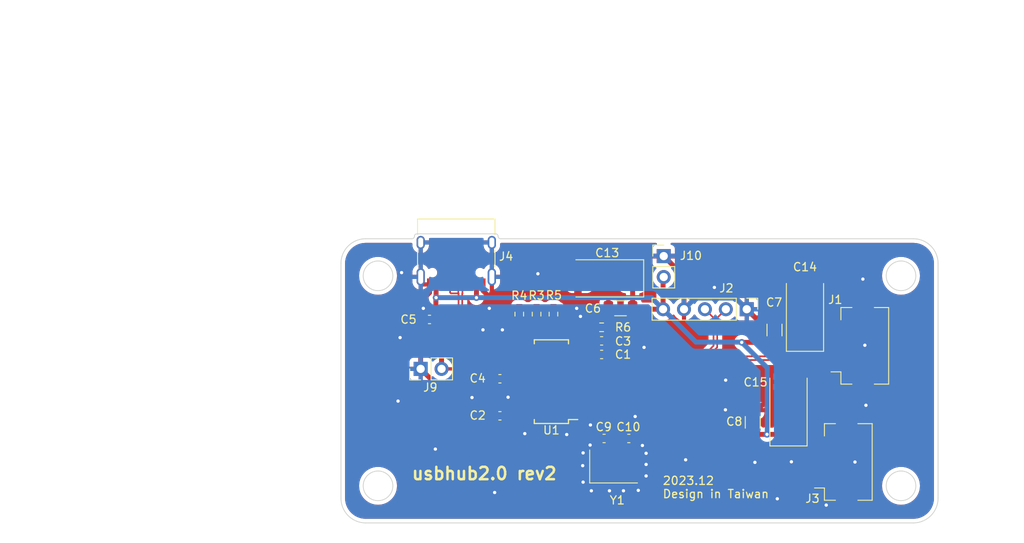
<source format=kicad_pcb>
(kicad_pcb (version 20221018) (generator pcbnew)
  (layers (0 "F.Cu" signal) (31 "B.Cu" signal) (34 "B.Paste" user) (35 "F.Paste" user) (36 "B.SilkS" user "B.Silkscreen") (37 "F.SilkS" user "F.Silkscreen") (38 "B.Mask" user) (39 "F.Mask" user) (44 "Edge.Cuts" user))
  (net 0 "")
  (net 1 "Hub_1V8")
  (net 2 "GND")
  (net 3 "Hub_3V3")
  (net 4 "VIN")
  (net 5 "Net-(U1-XOUT)")
  (net 6 "Net-(U1-XIN)")
  (net 7 "USB_D+")
  (net 8 "USB_D-")
  (net 9 "USB4_D+")
  (net 10 "USB4_D-")
  (net 15 "LED2")
  (net 16 "LED1")
  (net 17 "USB3_D-")
  (net 18 "USB3_D+")
  (net 19 "USB2_D-")
  (net 20 "USB2_D+")
  (net 21 "USB1_D-")
  (net 22 "USB1_D+")
  (net 23 "DRV")
  (net 24 "EESDA")
  (net 25 "Net-(U1-VBUSM)")
  (net 26 "Net-(U1-~{XRSTJ})")
  (net 27 "Net-(U1-BUSJ)")
  (net 28 "Net-(U1-REXT)")
  (footprint "Capacitor_SMD:C_0603_1608Metric" (layer "F.Cu") (at 136.95 74.25)
    (fp_text reference "C10")
    (fp_text value "22pF/50V" hide)
  )
  (footprint "Capacitor_SMD:C_0603_1608Metric" (layer "F.Cu") (at 133.95 74.25 180)
    (fp_text reference "C9")
    (fp_text value "22pF/50V" hide)
  )
  (footprint "Capacitor_SMD:C_0603_1608Metric" (layer "F.Cu") (at 121.3 67 180)
    (fp_text reference "C4")
    (fp_text value "100nF/16V" hide)
  )
  (footprint "Capacitor_SMD:C_0603_1608Metric" (layer "F.Cu") (at 133.65 64.05)
    (fp_text reference "C1")
    (fp_text value "100nF/16V" hide)
  )
  (footprint "Capacitor_SMD:C_0603_1608Metric" (layer "F.Cu") (at 121.3 71.5 180)
    (fp_text reference "C2")
    (fp_text value "100nF/16V" hide)
  )
  (footprint "Capacitor_SMD:C_1206_3216Metric" (layer "F.Cu") (at 152 72.29 90)
    (fp_text reference "C8")
    (fp_text value "100uF/16V" hide)
  )
  (footprint "Capacitor_Tantalum_SMD:CP_EIA-7343-30_AVX-N_Pad2.25x2.55mm_HandSolder" (layer "F.Cu") (at 156.34 70.57 90)
    (fp_text reference "C15")
    (fp_text value "100uF/16V" hide)
  )
  (footprint "Resistor_SMD:R_0603_1608Metric" (layer "F.Cu") (at 133.65 60.75)
    (fp_text reference "R6")
    (fp_text value "2.7K" hide)
  )
  (footprint "Connector_FFC-FPC:Hirose_FH12-12S-0.5SH_1x12-1MP_P0.50mm_Horizontal" (layer "F.Cu") (at 164 63 90)
    (fp_text reference "J1")
    (fp_text value "Conn_01x12_Pin" hide)
  )
  (footprint "Connector_PinHeader_2.54mm:PinHeader_1x02_P2.54mm_Vertical" (layer "F.Cu") (at 111.675 65.8 90)
    (fp_text reference "J9")
    (fp_text value "Power" hide)
  )
  (footprint "Capacitor_SMD:C_0603_1608Metric" (layer "F.Cu") (at 112.75 59.8 180)
    (fp_text reference "C5")
    (fp_text value "10uF/16V" hide)
  )
  (footprint "Connector_PinHeader_2.54mm:PinHeader_1x02_P2.54mm_Vertical" (layer "F.Cu") (at 141.19 52.105)
    (fp_text reference "J10")
    (fp_text value "Power" hide)
  )
  (footprint "Resistor_SMD:R_0603_1608Metric" (layer "F.Cu") (at 127.8 59.15 -90)
    (fp_text reference "R5")
    (fp_text value "100K" hide)
  )
  (footprint "Connector_USB:USB_C_Receptacle_HRO_TYPE-C-31-M-12" (layer "F.Cu") (at 116 51.5 180)
    (fp_text reference "J4")
    (fp_text value "USB_C_Receptacle_USB2.0" hide)
  )
  (footprint "Package_SO:SSOP-28_3.9x9.9mm_P0.635mm" (layer "F.Cu") (at 127.55 67.35 180)
    (fp_text reference "U1")
    (fp_text value "FE1.1s" hide)
  )
  (footprint "Capacitor_SMD:C_0603_1608Metric" (layer "F.Cu") (at 133.65 62.4)
    (fp_text reference "C3")
    (fp_text value "100nF/16V" hide)
  )
  (footprint "Resistor_SMD:R_0603_1608Metric" (layer "F.Cu") (at 123.65 59.15 -90)
    (fp_text reference "R4")
    (fp_text value "100K" hide)
  )
  (footprint "Capacitor_SMD:C_1206_3216Metric" (layer "F.Cu") (at 135.94 58.44 180)
    (fp_text reference "C6")
    (fp_text value "100uF/16V" hide)
  )
  (footprint "Connector_PinHeader_2.54mm:PinHeader_1x05_P2.54mm_Vertical" (layer "F.Cu") (at 151.27 58.555 -90)
    (fp_text reference "J2")
    (fp_text value "Conn_01x05_Male" hide)
  )
  (footprint "Capacitor_Tantalum_SMD:CP_EIA-7343-30_AVX-N_Pad2.25x2.55mm_HandSolder" (layer "F.Cu") (at 134.17 54.81 180)
    (fp_text reference "C13")
    (fp_text value "100uF/16V" hide)
  )
  (footprint "Crystal:Crystal_SMD_Abracon_ABM3C-4Pin_5.0x3.2mm" (layer "F.Cu") (at 135.1 77.65)
    (fp_text reference "Y1")
    (fp_text value "Crystal_12MHz" hide)
  )
  (footprint "Connector_FFC-FPC:Hirose_FH12-12S-0.5SH_1x12-1MP_P0.50mm_Horizontal" (layer "F.Cu") (at 162 77.1 90)
    (fp_text reference "J3")
    (fp_text value "Conn_01x12_Pin" hide)
  )
  (footprint "Resistor_SMD:R_0603_1608Metric" (layer "F.Cu") (at 125.75 59.15 -90)
    (fp_text reference "R3")
    (fp_text value "100K" hide)
  )
  (footprint "Capacitor_SMD:C_1206_3216Metric" (layer "F.Cu") (at 154.64 61.08 90)
    (fp_text reference "C7")
    (fp_text value "100uF/16V" hide)
  )
  (footprint "Capacitor_Tantalum_SMD:CP_EIA-7343-30_AVX-N_Pad2.25x2.55mm_HandSolder" (layer "F.Cu") (at 158.34 59.08 90)
    (fp_text reference "C14")
    (fp_text value "100uF/16V" hide)
  )
  (gr_rect (start 162.01 63.24) (end 162.7 63.71) (stroke (width 0.2)) (fill solid) (layer "F.Cu"))
  (gr_poly (pts (xy 126.88 67.03) (xy 127.34 66.6) (xy 127.34 67.46)) (fill solid) (layer "F.Cu"))
  (gr_poly (pts (xy 159.5 77.75) (xy 160.8 77.76) (xy 160.8 76.39) (xy 159.5 76.39) (xy 159.5 76.7) (xy 159.3 76.78) (xy 159.3 77.38) (xy 159.5 77.5)) (fill solid) (layer "F.Cu"))
  (gr_poly (pts (xy 161.5 65.22) (xy 161.5 65.63) (xy 162.8 65.62) (xy 162.8 65.33)) (fill solid) (layer "F.Cu"))
  (gr_poly (pts (xy 159.5 79.37) (xy 159.5 79.78) (xy 161.16 79.81) (xy 162.15 78.83) (xy 162.13 75.19) (xy 161.31 74.38) (xy 158.5 74.41) (xy 157.56 73.49) (xy 157.54 74.06) (xy 158.28 74.85) (xy 161.2 74.82) (xy 161.7 75.36) (xy 161.7 78.76) (xy 161.09 79.32)) (fill solid) (layer "F.Cu"))
  (gr_line (start 102 53) (end 102 81.5) (stroke (width 0.1)) (layer "Edge.Cuts"))
  (gr_arc (start 171.5 50) (mid 173.62132 50.87868) (end 174.5 53) (stroke (width 0.1)) (layer "Edge.Cuts"))
  (gr_arc (start 102 53) (mid 102.87868 50.87868) (end 105 50) (stroke (width 0.1)) (layer "Edge.Cuts"))
  (gr_circle locked (center 106.5 54.5) (end 108.3 54.5) (stroke (width 0.1)) (fill none) (layer "Edge.Cuts"))
  (gr_circle locked (center 106.5 80) (end 108.3 80) (stroke (width 0.1)) (fill none) (layer "Edge.Cuts"))
  (gr_line (start 111.22 49.4) (end 120.78 49.4) (stroke (width 0.1)) (layer "Edge.Cuts"))
  (gr_line (start 105 50) (end 110.62 50) (stroke (width 0.1)) (layer "Edge.Cuts"))
  (gr_arc (start 121.38 50) (mid 121.167868 49.912132) (end 121.08 49.7) (stroke (width 0.1)) (layer "Edge.Cuts"))
  (gr_arc (start 105 84.5) (mid 102.87868 83.62132) (end 102 81.5) (stroke (width 0.1)) (layer "Edge.Cuts"))
  (gr_arc (start 110.92 49.7) (mid 110.832132 49.912132) (end 110.62 50) (stroke (width 0.1)) (layer "Edge.Cuts"))
  (gr_line (start 105 84.5) (end 171.5 84.5) (stroke (width 0.1)) (layer "Edge.Cuts"))
  (gr_arc (start 120.78 49.4) (mid 120.992132 49.487868) (end 121.08 49.7) (stroke (width 0.1)) (layer "Edge.Cuts"))
  (gr_circle (center 170 80) (end 171.8 80) (stroke (width 0.1)) (fill none) (layer "Edge.Cuts"))
  (gr_line (start 174.5 53) (end 174.5 81.5) (stroke (width 0.1)) (layer "Edge.Cuts"))
  (gr_circle locked (center 170 54.5) (end 171.8 54.5) (stroke (width 0.1)) (fill none) (layer "Edge.Cuts"))
  (gr_arc (start 174.5 81.5) (mid 173.62132 83.62132) (end 171.5 84.5) (stroke (width 0.1)) (layer "Edge.Cuts"))
  (gr_arc (start 110.92 49.7) (mid 111.007868 49.487868) (end 111.22 49.4) (stroke (width 0.1)) (layer "Edge.Cuts"))
  (gr_line (start 121.38 50) (end 171.5 50) (stroke (width 0.1)) (layer "Edge.Cuts"))
  (gr_text "usbhub2.0 rev2" (at 110.45 79.39) (layer "F.SilkS") (effects (font (size 1.5 1.5) (thickness 0.3) bold) (justify left bottom)))
  (gr_text "2023.12\nDesign in Taiwan" (at 140.99 81.57) (layer "F.SilkS") (effects (font (size 1 1)) (justify left bottom)))
  (segment (start 130.15 64.4925) (end 131.5575 64.4925) (width 0.25) (layer "F.Cu") (net 1))
  (segment (start 122.0975 71.4775) (end 122.075 71.5) (width 0.25) (layer "F.Cu") (net 1))
  (segment (start 124.95 71.4775) (end 122.0975 71.4775) (width 0.25) (layer "F.Cu") (net 1))
  (segment (start 131.5575 64.4925) (end 132 64.05) (width 0.25) (layer "F.Cu") (net 1))
  (segment (start 126.8225 71.4775) (end 124.95 71.4775) (width 0.25) (layer "F.Cu") (net 1))
  (segment (start 130.15 64.4925) (end 129.4075 64.4925) (width 0.25) (layer "F.Cu") (net 1))
  (segment (start 129 64.9) (end 129 65.73) (width 0.25) (layer "F.Cu") (net 1))
  (segment (start 128.46 69.84) (end 126.8225 71.4775) (width 0.25) (layer "F.Cu") (net 1))
  (segment (start 129.4075 64.4925) (end 129 64.9) (width 0.25) (layer "F.Cu") (net 1))
  (segment (start 132 64.05) (end 132.875 64.05) (width 0.25) (layer "F.Cu") (net 1))
  (segment (start 128.46 66.27) (end 128.46 69.84) (width 0.25) (layer "F.Cu") (net 1))
  (segment (start 129 65.73) (end 128.46 66.27) (width 0.25) (layer "F.Cu") (net 1))
  (segment (start 137 80.55) (end 136.35 80.55) (width 0.6) (layer "F.Cu") (net 2))
  (segment (start 131.4 79.65) (end 131.4 79.55) (width 0.6) (layer "F.Cu") (net 2))
  (segment (start 154.64 59.58) (end 158.34 55.88) (width 0.6) (layer "F.Cu") (net 2))
  (segment (start 139.05 79.6) (end 138.1 80.55) (width 0.6) (layer "F.Cu") (net 2))
  (segment (start 117.375 71.5) (end 120.525 71.5) (width 0.6) (layer "F.Cu") (net 2))
  (segment (start 128.2325 71.4775) (end 126.75 72.96) (width 0.25) (layer "F.Cu") (net 2))
  (segment (start 132.3 80.55) (end 131.4 79.65) (width 0.6) (layer "F.Cu") (net 2))
  (segment (start 136.3 80.6) (end 136.25 80.55) (width 0.6) (layer "F.Cu") (net 2))
  (segment (start 132.45 80.55) (end 132.4 80.6) (width 0.6) (layer "F.Cu") (net 2))
  (segment (start 134.425 62.4) (end 134.425 64.05) (width 0.6) (layer "F.Cu") (net 2))
  (segment (start 148.68 70.77) (end 151.955 70.77) (width 0.6) (layer "F.Cu") (net 2))
  (segment (start 131.4 79.55) (end 131.4 77.6) (width 0.6) (layer "F.Cu") (net 2))
  (segment (start 139.05 78.8) (end 139.05 79.6) (width 0.6) (layer "F.Cu") (net 2))
  (segment (start 131.4 76.5) (end 133.2 76.5) (width 0.6) (layer "F.Cu") (net 2))
  (segment (start 111.675 65.8) (end 117.375 71.5) (width 0.6) (layer "F.Cu") (net 2))
  (segment (start 141.19 52.105) (end 133.675 52.105) (width 0.6) (layer "F.Cu") (net 2))
  (segment (start 137 80.55) (end 137 78.8) (width 0.6) (layer "F.Cu") (net 2))
  (segment (start 133.675 52.105) (end 130.97 54.81) (width 0.6) (layer "F.Cu") (net 2))
  (segment (start 131.4 76.5) (end 131.4 76) (width 0.6) (layer "F.Cu") (net 2))
  (segment (start 119.25 56.3) (end 120.01 57.06) (width 0.6) (layer "F.Cu") (net 2))
  (segment (start 134.475 60.75) (end 134.475 58.45) (width 0.6) (layer "F.Cu") (net 2))
  (segment (start 123.425 77.55) (end 131.35 77.55) (width 0.6) (layer "F.Cu") (net 2))
  (segment (start 151.27 58.555) (end 151.27 58.56) (width 0.6) (layer "F.Cu") (net 2))
  (segment (start 132.3 75.05) (end 133.1 74.25) (width 0.6) (layer "F.Cu") (net 2))
  (segment (start 154.64 59.605) (end 154.64 59.58) (width 0.6) (layer "F.Cu") (net 2))
  (segment (start 133.2 76.5) (end 133.2 74.275) (width 0.6) (layer "F.Cu") (net 2))
  (segment (start 121.985 72.96) (end 120.525 71.5) (width 0.25) (layer "F.Cu") (net 2))
  (segment (start 133.1 74.25) (end 133.175 74.25) (width 0.6) (layer "F.Cu") (net 2))
  (segment (start 155.98 67.37) (end 156.34 67.37) (width 0.6) (layer "F.Cu") (net 2))
  (segment (start 111.675 63.225) (end 111.675 65.8) (width 0.6) (layer "F.Cu") (net 2))
  (segment (start 136.25 80.55) (end 134.65 80.55) (width 0.6) (layer "F.Cu") (net 2))
  (segment (start 152 70.815) (end 152.535 70.815) (width 0.6) (layer "F.Cu") (net 2))
  (segment (start 120.525 71.5) (end 120.525 67) (width 0.6) (layer "F.Cu") (net 2))
  (segment (start 156.34 67.37) (end 160.18 67.37) (width 0.6) (layer "F.Cu") (net 2))
  (segment (start 130.62 55.16) (end 130.97 54.81) (width 0.6) (layer "F.Cu") (net 2))
  (segment (start 131.4 76) (end 131.4 75.95) (width 0.6) (layer "F.Cu") (net 2))
  (segment (start 120.01 57.06) (end 120.01 58.45) (width 0.6) (layer "F.Cu") (net 2))
  (segment (start 138.1 80.55) (end 137 80.55) (width 0.6) (layer "F.Cu") (net 2))
  (segment (start 112.75 56.55) (end 111.975 57.325) (width 0.6) (layer "F.Cu") (net 2))
  (segment (start 131.4 75.95) (end 132.25 75.1) (width 0.6) (layer "F.Cu") (net 2))
  (segment (start 160.18 67.37) (end 162.15 65.4) (width 0.6) (layer "F.Cu") (net 2))
  (segment (start 111.975 62.925) (end 111.675 63.225) (width 0.6) (layer "F.Cu") (net 2))
  (segment (start 134.65 80.55) (end 134.6 80.6) (width 0.6) (layer "F.Cu") (net 2))
  (segment (start 134.455 58.45) (end 134.465 58.44) (width 0.6) (layer "F.Cu") (net 2))
  (segment (start 151.27 58.56) (end 152.315 59.605) (width 0.6) (layer "F.Cu") (net 2))
  (segment (start 151.955 70.77) (end 152 70.815) (width 0.6) (layer "F.Cu") (net 2))
  (segment (start 134.6 80.6) (end 134.55 80.55) (width 0.6) (layer "F.Cu") (net 2))
  (segment (start 130.15 71.4775) (end 128.2325 71.4775) (width 0.25) (layer "F.Cu") (net 2))
  (segment (start 133.2 74.275) (end 133.175 74.25) (width 0.6) (layer "F.Cu") (net 2))
  (segment (start 130.62 58.45) (end 130.62 55.16) (width 0.6) (layer "F.Cu") (net 2))
  (segment (start 132.25 75.1) (end 132.25 75.05) (width 0.6) (layer "F.Cu") (net 2))
  (segment (start 132.25 75.05) (end 132.3 75.05) (width 0.6) (layer "F.Cu") (net 2))
  (segment (start 130.97 55.225) (end 130.97 54.81) (width 0.25) (layer "F.Cu") (net 2))
  (segment (start 139.05 78.7) (end 138.95 78.8) (width 0.6) (layer "F.Cu") (net 2))
  (segment (start 130.62 58.45) (end 134.455 58.45) (width 0.6) (layer "F.Cu") (net 2))
  (segment (start 131.4 77.6) (end 131.35 77.55) (width 0.6) (layer "F.Cu") (net 2))
  (segment (start 143.65 54.565) (end 143.65 58.555) (width 0.6) (layer "F.Cu") (net 2))
  (segment (start 134.475 62.35) (end 134.425 62.4) (width 0.6) (layer "F.Cu") (net 2))
  (segment (start 132.35 80.55) (end 132.3 80.55) (width 0.6) (layer "F.Cu") (net 2))
  (segment (start 134.475 58.45) (end 134.465 58.44) (width 0.6) (layer "F.Cu") (net 2))
  (segment (start 152.535 70.815) (end 155.98 67.37) (width 0.6) (layer "F.Cu") (net 2))
  (segment (start 126.75 72.96) (end 121.985 72.96) (width 0.25) (layer "F.Cu") (net 2))
  (segment (start 139.05 76.05) (end 139.05 77.4) (width 0.6) (layer "F.Cu") (net 2))
  (segment (start 137.725 74.25) (end 137.75 74.25) (width 0.6) (layer "F.Cu") (net 2))
  (segment (start 131.4 77.5) (end 131.4 76.5) (width 0.6) (layer "F.Cu") (net 2))
  (segment (start 139.05 75.55) (end 139.05 76.05) (width 0.6) (layer "F.Cu") (net 2))
  (segment (start 139.05 78.7) (end 139.05 78.8) (width 0.6) (layer "F.Cu") (net 2))
  (segment (start 141.19 52.105) (end 143.65 54.565) (width 0.6) (layer "F.Cu") (net 2))
  (segment (start 111.975 57.325) (end 111.975 62.925) (width 0.6) (layer "F.Cu") (net 2))
  (segment (start 137.75 74.25) (end 138.6 75.1) (width 0.6) (layer "F.Cu") (net 2))
  (segment (start 119.25 55.545) (end 119.25 56.3) (width 0.6) (layer "F.Cu") (net 2))
  (segment (start 134.55 80.55) (end 132.45 80.55) (width 0.6) (layer "F.Cu") (net 2))
  (segment (start 141.19 52.105) (end 144.82 52.105) (width 0.6) (layer "F.Cu") (net 2))
  (segment (start 156.69 77.08) (end 159.92 77.08) (width 0.6) (layer "F.Cu") (net 2))
  (segment (start 136.35 80.55) (end 136.3 80.6) (width 0.6) (layer "F.Cu") (net 2))
  (segment (start 112.75 55.545) (end 112.75 56.55) (width 0.6) (layer "F.Cu") (net 2))
  (segment (start 139.05 77.4) (end 139.05 78.7) (width 0.6) (layer "F.Cu") (net 2))
  (segment (start 159.92 77.08) (end 160.15 76.85) (width 0.6) (layer "F.Cu") (net 2))
  (segment (start 117.375 71.5) (end 123.425 77.55) (width 0.6) (layer "F.Cu") (net 2))
  (segment (start 138.95 78.8) (end 137 78.8) (width 0.6) (layer "F.Cu") (net 2))
  (segment (start 144.82 52.105) (end 151.27 58.555) (width 0.6) (layer "F.Cu") (net 2))
  (segment (start 132.4 80.6) (end 132.35 80.55) (width 0.6) (layer "F.Cu") (net 2))
  (segment (start 131.35 77.55) (end 131.4 77.5) (width 0.6) (layer "F.Cu") (net 2))
  (segment (start 152.315 59.605) (end 154.64 59.605) (width 0.6) (layer "F.Cu") (net 2))
  (segment (start 134.475 60.75) (end 134.475 62.35) (width 0.6) (layer "F.Cu") (net 2))
  (segment (start 138.6 75.1) (end 139.05 75.55) (width 0.6) (layer "F.Cu") (net 2))
  (via (at 125.91 54.25) (size 0.8) (drill 0.4) (layers "F.Cu" "B.Cu") (net 2))
  (via (at 138.1 80.55) (size 0.8) (drill 0.4) (layers "F.Cu" "B.Cu") (net 2))
  (via (at 119.24 61.06) (size 0.8) (drill 0.4) (layers "F.Cu" "B.Cu") (net 2))
  (via (at 160.92 82.34) (size 0.8) (drill 0.4) (layers "F.Cu" "B.Cu") (net 2))
  (via (at 109.36 54.11) (size 0.8) (drill 0.4) (layers "F.Cu" "B.Cu") (net 2))
  (via (at 143.85 76.84) (size 0.8) (drill 0.4) (layers "F.Cu" "B.Cu") (net 2))
  (via (at 148.68 70.77) (size 0.8) (drill 0.4) (layers "F.Cu" "B.Cu") (net 2))
  (via (at 132.4 80.6) (size 0.8) (drill 0.4) (layers "F.Cu" "B.Cu") (net 2))
  (via (at 134.6 80.6) (size 0.8) (drill 0.4) (layers "F.Cu" "B.Cu") (net 2))
  (via (at 147.34 55.91) (size 0.8) (drill 0.4) (layers "F.Cu" "B.Cu") (net 2))
  (via (at 137.72 71.58) (size 0.8) (drill 0.4) (layers "F.Cu" "B.Cu") (net 2))
  (via (at 165.74 70.22) (size 0.8) (drill 0.4) (layers "F.Cu" "B.Cu") (net 2))
  (via (at 122.29 69.24) (size 0.8) (drill 0.4) (layers "F.Cu" "B.Cu") (net 2))
  (via (at 165.37 54.9) (size 0.8) (drill 0.4) (layers "F.Cu" "B.Cu") (net 2))
  (via (at 117.91 69.28) (size 0.8) (drill 0.4) (layers "F.Cu" "B.Cu") (net 2))
  (via (at 138.8 63.19) (size 0.8) (drill 0.4) (layers "F.Cu" "B.Cu") (net 2))
  (via (at 129.41 73.77) (size 0.8) (drill 0.4) (layers "F.Cu" "B.Cu") (net 2))
  (via (at 131.35 77.55) (size 0.8) (drill 0.4) (layers "F.Cu" "B.Cu") (net 2))
  (via (at 131.08 59.43) (size 0.8) (drill 0.4) (layers "F.Cu" "B.Cu") (net 2))
  (via (at 132.29 72.61) (size 0.8) (drill 0.4) (layers "F.Cu" "B.Cu") (net 2))
  (via (at 152.26 77.15) (size 0.8) (drill 0.4) (layers "F.Cu" "B.Cu") (net 2))
  (via (at 148.71 67.17) (size 0.8) (drill 0.4) (layers "F.Cu" "B.Cu") (net 2))
  (via (at 113.46 75.54) (size 0.8) (drill 0.4) (layers "F.Cu" "B.Cu") (net 2))
  (via (at 131.4 76) (size 0.8) (drill 0.4) (layers "F.Cu" "B.Cu") (net 2))
  (via (at 130.62 58.45) (size 0.8) (drill 0.4) (layers "F.Cu" "B.Cu") (net 2))
  (via (at 124.32 73.66) (size 0.8) (drill 0.4) (layers "F.Cu" "B.Cu") (net 2))
  (via (at 132.25 75.05) (size 0.8) (drill 0.4) (layers "F.Cu" "B.Cu") (net 2))
  (via (at 156.69 77.08) (size 0.8) (drill 0.4) (layers "F.Cu" "B.Cu") (net 2))
  (via (at 164.41 77.11) (size 0.8) (drill 0.4) (layers "F.Cu" "B.Cu") (net 2))
  (via (at 112 58.45) (size 0.8) (drill 0.4) (layers "F.Cu" "B.Cu") (net 2))
  (via (at 138.6 75.1) (size 0.8) (drill 0.4) (layers "F.Cu" "B.Cu") (net 2))
  (via (at 136.3 80.6) (size 0.8) (drill 0.4) (layers "F.Cu" "B.Cu") (net 2))
  (via (at 109.18 62) (size 0.8) (drill 0.4) (layers "F.Cu" "B.Cu") (net 2))
  (via (at 120.01 58.45) (size 0.8) (drill 0.4) (layers "F.Cu" "B.Cu") (net 2))
  (via (at 165.61 62.93) (size 0.8) (drill 0.4) (layers "F.Cu" "B.Cu") (net 2))
  (via (at 108.93 69.71) (size 0.8) (drill 0.4) (layers "F.Cu" "B.Cu") (net 2))
  (via (at 120.66 80.81) (size 0.8) (drill 0.4) (layers "F.Cu" "B.Cu") (net 2))
  (via (at 131.4 79.55) (size 0.8) (drill 0.4) (layers "F.Cu" "B.Cu") (net 2))
  (via (at 121.6 61.06) (size 0.8) (drill 0.4) (layers "F.Cu" "B.Cu") (net 2))
  (via (at 154.98 81.57) (size 0.8) (drill 0.4) (layers "F.Cu" "B.Cu") (net 2))
  (via (at 139.05 78.8) (size 0.8) (drill 0.4) (layers "F.Cu" "B.Cu") (net 2))
  (via (at 139.05 76.05) (size 0.8) (drill 0.4) (layers "F.Cu" "B.Cu") (net 2))
  (via (at 139.05 77.4) (size 0.8) (drill 0.4) (layers "F.Cu" "B.Cu") (net 2))
  (segment (start 143.65 58.555) (end 145 57.205) (width 0.6) (layer "B.Cu") (net 2))
  (segment (start 130.62 58.45) (end 120.01 58.45) (width 0.6) (layer "B.Cu") (net 2))
  (segment (start 149.92 57.205) (end 151.27 58.555) (width 0.6) (layer "B.Cu") (net 2))
  (segment (start 154.99 77.08) (end 148.68 70.77) (width 0.6) (layer "B.Cu") (net 2))
  (segment (start 120.02 58.45) (end 120.01 58.45) (width 0.6) (layer "B.Cu") (net 2))
  (segment (start 145 57.205) (end 149.92 57.205) (width 0.6) (layer "B.Cu") (net 2))
  (segment (start 112 58.45) (end 111.95 58.45) (width 0.6) (layer "B.Cu") (net 2))
  (segment (start 148.68 70.77) (end 132.34 70.77) (width 0.6) (layer "B.Cu") (net 2))
  (segment (start 132.34 70.77) (end 120.02 58.45) (width 0.6) (layer "B.Cu") (net 2))
  (segment (start 120.01 58.45) (end 112 58.45) (width 0.6) (layer "B.Cu") (net 2))
  (segment (start 156.69 77.08) (end 154.99 77.08) (width 0.6) (layer "B.Cu") (net 2))
  (segment (start 128.475 58.325) (end 129.35 59.2) (width 0.25) (layer "F.Cu") (net 3))
  (segment (start 132.85 62.4) (end 132.875 62.4) (width 0.25) (layer "F.Cu") (net 3))
  (segment (start 128.4 63.45) (end 128.4 63.85) (width 0.25) (layer "F.Cu") (net 3))
  (segment (start 128.4 64.5) (end 128.4 65.05) (width 0.25) (layer "F.Cu") (net 3))
  (segment (start 128.4 62.2) (end 128.4 63.45) (width 0.25) (layer "F.Cu") (net 3))
  (segment (start 127.3675 69.3825) (end 126.5425 70.2075) (width 0.25) (layer "F.Cu") (net 3))
  (segment (start 128.7925 63.8575) (end 130.15 63.8575) (width 0.25) (layer "F.Cu") (net 3))
  (segment (start 128.7925 63.8575) (end 128.4 64.25) (width 0.25) (layer "F.Cu") (net 3))
  (segment (start 127.8 58.325) (end 128.475 58.325) (width 0.25) (layer "F.Cu") (net 3))
  (segment (start 128.785 63.85) (end 128.4 63.85) (width 0.25) (layer "F.Cu") (net 3))
  (segment (start 128.7925 63.8575) (end 128.785 63.85) (width 0.25) (layer "F.Cu") (net 3))
  (segment (start 124.95 67.0325) (end 127.365 67.0325) (width 0.25) (layer "F.Cu") (net 3))
  (segment (start 131.3925 63.8575) (end 132.85 62.4) (width 0.25) (layer "F.Cu") (net 3))
  (segment (start 130.15 63.8575) (end 131.3925 63.8575) (width 0.25) (layer "F.Cu") (net 3))
  (segment (start 128.4 63.85) (end 128.4 64.5) (width 0.25) (layer "F.Cu") (net 3))
  (segment (start 129.35 61.25) (end 128.4 62.2) (width 0.25) (layer "F.Cu") (net 3))
  (segment (start 125.75 58.325) (end 127.8 58.325) (width 0.25) (layer "F.Cu") (net 3))
  (segment (start 127.3675 67.03) (end 127.3675 69.3825) (width 0.25) (layer "F.Cu") (net 3))
  (segment (start 128.4 63.465) (end 128.4 63.45) (width 0.25) (layer "F.Cu") (net 3))
  (segment (start 128.7925 63.8575) (end 128.4 63.465) (width 0.25) (layer "F.Cu") (net 3))
  (segment (start 128.4 65.05) (end 127.3675 66.0825) (width 0.25) (layer "F.Cu") (net 3))
  (segment (start 127.3675 66.0825) (end 127.3675 67.03) (width 0.25) (layer "F.Cu") (net 3))
  (segment (start 129.35 59.2) (end 129.35 61.25) (width 0.25) (layer "F.Cu") (net 3))
  (segment (start 123.65 58.325) (end 125.75 58.325) (width 0.25) (layer "F.Cu") (net 3))
  (segment (start 122.1075 67.0325) (end 122.075 67) (width 0.25) (layer "F.Cu") (net 3))
  (segment (start 127.365 67.0325) (end 127.3675 67.03) (width 0.25) (layer "F.Cu") (net 3))
  (segment (start 128.4 64.25) (end 128.4 64.5) (width 0.25) (layer "F.Cu") (net 3))
  (segment (start 124.95 67.0325) (end 122.1075 67.0325) (width 0.25) (layer "F.Cu") (net 3))
  (segment (start 126.5425 70.2075) (end 124.95 70.2075) (width 0.25) (layer "F.Cu") (net 3))
  (segment (start 137.415 54.855) (end 137.37 54.81) (width 0.6) (layer "F.Cu") (net 4))
  (segment (start 156.32 73.75) (end 156.34 73.77) (width 0.6) (layer "F.Cu") (net 4))
  (segment (start 162.19 78.85) (end 161.19 79.85) (width 0.25) (layer "F.Cu") (net 4))
  (segment (start 141.06 58.505) (end 141.11 58.555) (width 0.6) (layer "F.Cu") (net 4))
  (segment (start 161.7 78.75) (end 161.1 79.35) (width 0.25) (layer "F.Cu") (net 4))
  (segment (start 160.15 74.35) (end 161.36 74.35) (width 0.25) (layer "F.Cu") (net 4))
  (segment (start 161.17 74.85) (end 161.7 75.38) (width 0.25) (layer "F.Cu") (net 4))
  (segment (start 152.015 73.75) (end 152 73.765) (width 0.6) (layer "F.Cu") (net 4))
  (segment (start 162.19 75.18) (end 162.19 78.85) (width 0.25) (layer "F.Cu") (net 4))
  (segment (start 114.215 63.565) (end 113.525 62.875) (width 0.6) (layer "F.Cu") (net 4))
  (segment (start 161.1 79.35) (end 160.15 79.35) (width 0.25) (layer "F.Cu") (net 4))
  (segment (start 118.45 57.15) (end 118.45 55.545) (width 0.6) (layer "F.Cu") (net 4))
  (segment (start 161.19 79.85) (end 160.15 79.85) (width 0.25) (layer "F.Cu") (net 4))
  (segment (start 124.95 66.3975) (end 123.4975 66.3975) (width 0.4) (layer "F.Cu") (net 4))
  (segment (start 137.415 58.44) (end 137.415 54.855) (width 0.6) (layer "F.Cu") (net 4))
  (segment (start 154.64 62.555) (end 158.065 62.555) (width 0.6) (layer "F.Cu") (net 4))
  (segment (start 161.36 74.35) (end 162.19 75.18) (width 0.25) (layer "F.Cu") (net 4))
  (segment (start 141.11 54.725) (end 141.19 54.645) (width 0.6) (layer "F.Cu") (net 4))
  (segment (start 160.15 74.35) (end 158.49 74.35) (width 0.25) (layer "F.Cu") (net 4))
  (segment (start 113.525 62.875) (end 113.525 59.8) (width 0.6) (layer "F.Cu") (net 4))
  (segment (start 141.11 58.555) (end 137.53 58.555) (width 0.6) (layer "F.Cu") (net 4))
  (segment (start 113.525 57.175) (end 113.55 57.15) (width 0.6) (layer "F.Cu") (net 4))
  (segment (start 122.9 65.8) (end 114.215 65.8) (width 0.4) (layer "F.Cu") (net 4))
  (segment (start 160.15 74.85) (end 158.27 74.85) (width 0.25) (layer "F.Cu") (net 4))
  (segment (start 159.66 63.6) (end 162 63.6) (width 0.6) (layer "F.Cu") (net 4))
  (segment (start 113.525 59.8) (end 113.525 57.175) (width 0.6) (layer "F.Cu") (net 4))
  (segment (start 123.4975 66.3975) (end 122.9 65.8) (width 0.4) (layer "F.Cu") (net 4))
  (segment (start 157.55 73.41) (end 156.7 73.41) (width 0.25) (layer "F.Cu") (net 4))
  (segment (start 158.34 62.28) (end 159.66 63.6) (width 0.6) (layer "F.Cu") (net 4))
  (segment (start 153.73 73.75) (end 152.015 73.75) (width 0.6) (layer "F.Cu") (net 4))
  (segment (start 153.73 73.75) (end 156.32 73.75) (width 0.6) (layer "F.Cu") (net 4))
  (segment (start 158.065 62.555) (end 158.34 62.28) (width 0.6) (layer "F.Cu") (net 4))
  (segment (start 113.55 55.545) (end 113.55 57.15) (width 0.6) (layer "F.Cu") (net 4))
  (segment (start 158.27 74.85) (end 157.19 73.77) (width 0.25) (layer "F.Cu") (net 4))
  (segment (start 150.66 62.58) (end 154.615 62.58) (width 0.6) (layer "F.Cu") (net 4))
  (segment (start 160.15 74.85) (end 161.17 74.85) (width 0.25) (layer "F.Cu") (net 4))
  (segment (start 154.615 62.58) (end 154.64 62.555) (width 0.6) (layer "F.Cu") (net 4))
  (segment (start 156.7 73.41) (end 156.34 73.77) (width 0.25) (layer "F.Cu") (net 4))
  (segment (start 161.7 75.38) (end 161.7 78.75) (width 0.25) (layer "F.Cu") (net 4))
  (segment (start 137.53 58.555) (end 137.415 58.44) (width 0.6) (layer "F.Cu") (net 4))
  (segment (start 158.49 74.35) (end 157.55 73.41) (width 0.25) (layer "F.Cu") (net 4))
  (segment (start 141.11 58.555) (end 141.11 54.725) (width 0.6) (layer "F.Cu") (net 4))
  (segment (start 114.215 65.8) (end 114.215 63.565) (width 0.6) (layer "F.Cu") (net 4))
  (segment (start 157.19 73.77) (end 156.34 73.77) (width 0.25) (layer "F.Cu") (net 4))
  (via (at 153.73 73.75) (size 0.8) (drill 0.4) (layers "F.Cu" "B.Cu") (net 4))
  (via (at 150.66 62.58) (size 0.8) (drill 0.4) (layers "F.Cu" "B.Cu") (net 4))
  (via (at 113.55 57.15) (size 0.8) (drill 0.4) (layers "F.Cu" "B.Cu") (net 4))
  (via (at 118.45 57.15) (size 0.8) (drill 0.4) (layers "F.Cu" "B.Cu") (net 4))
  (segment (start 150.64 62.55) (end 145.105 62.55) (width 0.6) (layer "B.Cu") (net 4))
  (segment (start 153.76 65.67) (end 150.67 62.58) (width 0.6) (layer "B.Cu") (net 4))
  (segment (start 139.705 57.15) (end 141.11 58.555) (width 0.6) (layer "B.Cu") (net 4))
  (segment (start 113.55 57.15) (end 118.45 57.15) (width 0.6) (layer "B.Cu") (net 4))
  (segment (start 153.76 73.72) (end 153.76 65.67) (width 0.6) (layer "B.Cu") (net 4))
  (segment (start 153.73 73.75) (end 153.76 73.72) (width 0.6) (layer "B.Cu") (net 4))
  (segment (start 150.67 62.58) (end 150.66 62.58) (width 0.6) (layer "B.Cu") (net 4))
  (segment (start 150.66 62.58) (end 150.66 62.57) (width 0.6) (layer "B.Cu") (net 4))
  (segment (start 118.45 57.15) (end 139.705 57.15) (width 0.6) (layer "B.Cu") (net 4))
  (segment (start 145.105 62.55) (end 141.11 58.555) (width 0.6) (layer "B.Cu") (net 4))
  (segment (start 150.66 62.57) (end 150.64 62.55) (width 0.6) (layer "B.Cu") (net 4))
  (segment (start 134.1425 70.8425) (end 130.15 70.8425) (width 0.25) (layer "F.Cu") (net 5))
  (segment (start 134.725 77.275) (end 134.725 74.25) (width 0.25) (layer "F.Cu") (net 5))
  (segment (start 134.725 74.25) (end 135.2 73.775) (width 0.25) (layer "F.Cu") (net 5))
  (segment (start 133.2 78.8) (end 134.725 77.275) (width 0.25) (layer "F.Cu") (net 5))
  (segment (start 135.2 71.9) (end 134.1425 70.8425) (width 0.25) (layer "F.Cu") (net 5))
  (segment (start 135.2 73.775) (end 135.2 71.9) (width 0.25) (layer "F.Cu") (net 5))
  (segment (start 134.2075 70.2075) (end 135.7 71.7) (width 0.25) (layer "F.Cu") (net 6))
  (segment (start 130.15 70.2075) (end 134.2075 70.2075) (width 0.25) (layer "F.Cu") (net 6))
  (segment (start 135.7 73.775) (end 136.175 74.25) (width 0.25) (layer "F.Cu") (net 6))
  (segment (start 136.175 75.675) (end 136.175 74.25) (width 0.25) (layer "F.Cu") (net 6))
  (segment (start 135.7 71.7) (end 135.7 73.775) (width 0.25) (layer "F.Cu") (net 6))
  (segment (start 137 76.5) (end 136.175 75.675) (width 0.25) (layer "F.Cu") (net 6))
  (segment (start 115.25 55.545) (end 115.25 56.52) (width 0.2) (layer "F.Cu") (net 7))
  (segment (start 116.25 56.632501) (end 116.275 56.657501) (width 0.2) (layer "F.Cu") (net 7))
  (segment (start 124.049999 63.8575) (end 124.95 63.8575) (width 0.2) (layer "F.Cu") (net 7))
  (segment (start 116.275 62.4432) (end 117.5968 63.765) (width 0.2) (layer "F.Cu") (net 7))
  (segment (start 115.25 56.52) (end 115.362501 56.632501) (width 0.2) (layer "F.Cu") (net 7))
  (segment (start 116.25 55.545) (end 116.25 56.632501) (width 0.2) (layer "F.Cu") (net 7))
  (segment (start 116.275 56.657501) (end 116.275 62.4432) (width 0.2) (layer "F.Cu") (net 7))
  (segment (start 123.957499 63.765) (end 124.049999 63.8575) (width 0.2) (layer "F.Cu") (net 7))
  (segment (start 115.362501 56.632501) (end 116.25 56.632501) (width 0.2) (layer "F.Cu") (net 7))
  (segment (start 117.5968 63.765) (end 123.957499 63.765) (width 0.2) (layer "F.Cu") (net 7))
  (segment (start 116.75 54.57) (end 116.75 55.545) (width 0.2) (layer "F.Cu") (net 8))
  (segment (start 115.75 54.57) (end 115.9 54.42) (width 0.2) (layer "F.Cu") (net 8))
  (segment (start 116.6 54.42) (end 116.75 54.57) (width 0.2) (layer "F.Cu") (net 8))
  (segment (start 123.957499 63.315) (end 124.049999 63.2225) (width 0.2) (layer "F.Cu") (net 8))
  (segment (start 115.75 55.545) (end 115.75 54.57) (width 0.2) (layer "F.Cu") (net 8))
  (segment (start 115.9 54.42) (end 116.6 54.42) (width 0.2) (layer "F.Cu") (net 8))
  (segment (start 116.725 62.2568) (end 117.7832 63.315) (width 0.2) (layer "F.Cu") (net 8))
  (segment (start 116.725 56.657501) (end 116.725 62.2568) (width 0.2) (layer "F.Cu") (net 8))
  (segment (start 117.7832 63.315) (end 123.957499 63.315) (width 0.2) (layer "F.Cu") (net 8))
  (segment (start 124.049999 63.2225) (end 124.95 63.2225) (width 0.2) (layer "F.Cu") (net 8))
  (segment (start 116.75 55.545) (end 116.75 56.632501) (width 0.2) (layer "F.Cu") (net 8))
  (segment (start 116.75 56.632501) (end 116.725 56.657501) (width 0.2) (layer "F.Cu") (net 8))
  (segment (start 130.15 68.9375) (end 131.050001 68.9375) (width 0.2) (layer "F.Cu") (net 9))
  (segment (start 159.149999 78.375) (end 159.174999 78.35) (width 0.2) (layer "F.Cu") (net 9))
  (segment (start 141.3582 69.03) (end 150.7032 78.375) (width 0.2) (layer "F.Cu") (net 9))
  (segment (start 150.7032 78.375) (end 159.149999 78.375) (width 0.2) (layer "F.Cu") (net 9))
  (segment (start 131.142501 69.03) (end 141.3582 69.03) (width 0.2) (layer "F.Cu") (net 9))
  (segment (start 159.174999 78.35) (end 160.15 78.35) (width 0.2) (layer "F.Cu") (net 9))
  (segment (start 131.050001 68.9375) (end 131.142501 69.03) (width 0.2) (layer "F.Cu") (net 9))
  (segment (start 141.1718 69.48) (end 150.5168 78.825) (width 0.2) (layer "F.Cu") (net 10))
  (segment (start 159.149999 78.825) (end 159.174999 78.85) (width 0.2) (layer "F.Cu") (net 10))
  (segment (start 150.5168 78.825) (end 159.149999 78.825) (width 0.2) (layer "F.Cu") (net 10))
  (segment (start 130.15 69.5725) (end 131.050001 69.5725) (width 0.2) (layer "F.Cu") (net 10))
  (segment (start 131.142501 69.48) (end 141.1718 69.48) (width 0.2) (layer "F.Cu") (net 10))
  (segment (start 159.174999 78.85) (end 160.15 78.85) (width 0.2) (layer "F.Cu") (net 10))
  (segment (start 131.050001 69.5725) (end 131.142501 69.48) (width 0.2) (layer "F.Cu") (net 10))
  (segment (start 130.15 68.3025) (end 131.050001 68.3025) (width 0.2) (layer "F.Cu") (net 17))
  (segment (start 131.050001 68.3025) (end 131.142501 68.21) (width 0.2) (layer "F.Cu") (net 17))
  (segment (start 131.142501 68.21) (end 141.7318 68.21) (width 0.2) (layer "F.Cu") (net 17))
  (segment (start 159.149999 75.825) (end 159.174999 75.85) (width 0.2) (layer "F.Cu") (net 17))
  (segment (start 159.174999 75.85) (end 160.15 75.85) (width 0.2) (layer "F.Cu") (net 17))
  (segment (start 149.3468 75.825) (end 159.149999 75.825) (width 0.2) (layer "F.Cu") (net 17))
  (segment (start 141.7318 68.21) (end 149.3468 75.825) (width 0.2) (layer "F.Cu") (net 17))
  (segment (start 130.15 67.6675) (end 131.050001 67.6675) (width 0.2) (layer "F.Cu") (net 18))
  (segment (start 141.9182 67.76) (end 149.5332 75.375) (width 0.2) (layer "F.Cu") (net 18))
  (segment (start 159.149999 75.375) (end 159.174999 75.35) (width 0.2) (layer "F.Cu") (net 18))
  (segment (start 149.5332 75.375) (end 159.149999 75.375) (width 0.2) (layer "F.Cu") (net 18))
  (segment (start 131.050001 67.6675) (end 131.142501 67.76) (width 0.2) (layer "F.Cu") (net 18))
  (segment (start 159.174999 75.35) (end 160.15 75.35) (width 0.2) (layer "F.Cu") (net 18))
  (segment (start 131.142501 67.76) (end 141.9182 67.76) (width 0.2) (layer "F.Cu") (net 18))
  (segment (start 131.050001 67.0325) (end 131.142501 66.94) (width 0.2) (layer "F.Cu") (net 19))
  (segment (start 145.8582 66.94) (end 148.0732 64.725) (width 0.2) (layer "F.Cu") (net 19))
  (segment (start 161.174999 64.75) (end 162.15 64.75) (width 0.2) (layer "F.Cu") (net 19))
  (segment (start 161.149999 64.725) (end 161.174999 64.75) (width 0.2) (layer "F.Cu") (net 19))
  (segment (start 148.0732 64.725) (end 161.149999 64.725) (width 0.2) (layer "F.Cu") (net 19))
  (segment (start 131.142501 66.94) (end 145.8582 66.94) (width 0.2) (layer "F.Cu") (net 19))
  (segment (start 130.15 67.0325) (end 131.050001 67.0325) (width 0.2) (layer "F.Cu") (net 19))
  (segment (start 147.8868 64.275) (end 161.149999 64.275) (width 0.2) (layer "F.Cu") (net 20))
  (segment (start 130.15 66.3975) (end 131.050001 66.3975) (width 0.2) (layer "F.Cu") (net 20))
  (segment (start 131.050001 66.3975) (end 131.142501 66.49) (width 0.2) (layer "F.Cu") (net 20))
  (segment (start 145.6718 66.49) (end 147.8868 64.275) (width 0.2) (layer "F.Cu") (net 20))
  (segment (start 161.149999 64.275) (end 161.174999 64.25) (width 0.2) (layer "F.Cu") (net 20))
  (segment (start 131.142501 66.49) (end 145.6718 66.49) (width 0.2) (layer "F.Cu") (net 20))
  (segment (start 161.174999 64.25) (end 162.15 64.25) (width 0.2) (layer "F.Cu") (net 20))
  (segment (start 145.1882 65.67) (end 147.685001 63.173199) (width 0.2) (layer "F.Cu") (net 21))
  (segment (start 131.142501 65.67) (end 145.1882 65.67) (width 0.2) (layer "F.Cu") (net 21))
  (segment (start 147.685001 63.173199) (end 147.685001 59.599999) (width 0.2) (layer "F.Cu") (net 21))
  (segment (start 147.685001 59.599999) (end 148.73 58.555) (width 0.2) (layer "F.Cu") (net 21))
  (segment (start 131.050001 65.7625) (end 131.142501 65.67) (width 0.2) (layer "F.Cu") (net 21))
  (segment (start 130.15 65.7625) (end 131.050001 65.7625) (width 0.2) (layer "F.Cu") (net 21))
  (segment (start 147.234999 59.599999) (end 146.19 58.555) (width 0.2) (layer "F.Cu") (net 22))
  (segment (start 131.050001 65.1275) (end 131.142501 65.22) (width 0.2) (layer "F.Cu") (net 22))
  (segment (start 147.234999 62.986801) (end 147.234999 59.599999) (width 0.2) (layer "F.Cu") (net 22))
  (segment (start 145.0018 65.22) (end 147.234999 62.986801) (width 0.2) (layer "F.Cu") (net 22))
  (segment (start 131.142501 65.22) (end 145.0018 65.22) (width 0.2) (layer "F.Cu") (net 22))
  (segment (start 130.15 65.1275) (end 131.050001 65.1275) (width 0.2) (layer "F.Cu") (net 22))
  (segment (start 127.1 62.25) (end 127.1 64.2) (width 0.25) (layer "F.Cu") (net 25))
  (segment (start 125.75 59.975) (end 125.75 60.9) (width 0.25) (layer "F.Cu") (net 25))
  (segment (start 125.75 60.9) (end 127.1 62.25) (width 0.25) (layer "F.Cu") (net 25))
  (segment (start 127.1 64.2) (end 126.1725 65.1275) (width 0.25) (layer "F.Cu") (net 25))
  (segment (start 126.1725 65.1275) (end 124.95 65.1275) (width 0.25) (layer "F.Cu") (net 25))
  (segment (start 124.95 64.4925) (end 125.9075 64.4925) (width 0.25) (layer "F.Cu") (net 26))
  (segment (start 125.9075 64.4925) (end 126.45 63.95) (width 0.25) (layer "F.Cu") (net 26))
  (segment (start 126.45 63.95) (end 126.45 62.8) (width 0.25) (layer "F.Cu") (net 26))
  (segment (start 126.45 62.8) (end 123.65 60) (width 0.25) (layer "F.Cu") (net 26))
  (segment (start 123.65 60) (end 123.65 59.975) (width 0.25) (layer "F.Cu") (net 26))
  (segment (start 124.95 65.7625) (end 126.4375 65.7625) (width 0.25) (layer "F.Cu") (net 27))
  (segment (start 127.8 64.4) (end 127.8 59.975) (width 0.25) (layer "F.Cu") (net 27))
  (segment (start 126.4375 65.7625) (end 127.8 64.4) (width 0.25) (layer "F.Cu") (net 27))
  (segment (start 131.7 62.55) (end 131.7 61.875) (width 0.25) (layer "F.Cu") (net 28))
  (segment (start 130.15 63.2225) (end 131.0275 63.2225) (width 0.25) (layer "F.Cu") (net 28))
  (segment (start 131.7 61.875) (end 132.825 60.75) (width 0.25) (layer "F.Cu") (net 28))
  (segment (start 131.0275 63.2225) (end 131.7 62.55) (width 0.25) (layer "F.Cu") (net 28))
  (zone (net 0) (net_name "") (layer "F.Cu") (connect_pads (clearance 0)) (min_thickness 0.25)
    (keepout (tracks allowed) (vias allowed) (pads allowed) (copperpour not_allowed) (footprints allowed))
    (fill (thermal_gap 0.5) (thermal_bridge_width 0.5))
    (polygon (pts (xy 132.95 74.8) (xy 131.7 76) (xy 131.65 79.35) (xy 131.65 79.65) (xy 132.4 80.45) (xy 137.95 80.4) (xy 139 79.45) (xy 138.9 75.65) (xy 137.85 74.55) (xy 133.1 74.55)))
  )
  (zone (net 2) (net_name "GND") (layers "F&B.Cu") (connect_pads (clearance 0.508)) (min_thickness 0.254) (fill yes (thermal_gap 0.508) (thermal_bridge_width 0.508))
    (polygon (pts (xy 101.16 48.89) (xy 184.35 49.4) (xy 184.94 86.85) (xy 100.07 86.93) (xy 101.08 48.81)))
  )
)
</source>
